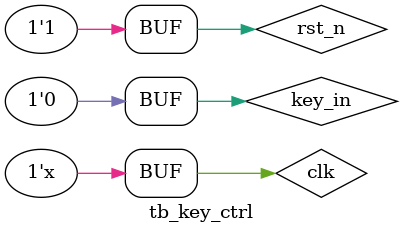
<source format=v>
`timescale 1ns / 1ps


module tb_key_ctrl(

    );
    
    reg         clk         ;
    reg         rst_n       ;
    reg         key_in      ;
    
    wire        state_out   ;
    
    initial begin
        clk = 1'b1;
        rst_n <= 1'b0;
        key_in <= 1'b1;
    #20
        rst_n <= 1'b1;
    #300
        key_in <= 1'b0;
    #500
        key_in <= 1'b1;
    #300
        key_in <= 1'b0;
    #500
        key_in <= 1'b1;
    #5000
        key_in <= 1'b0;
    #2000000
        key_in <= 1'b1;
    #5000
        key_in <= 1'b0;
    #2500000
        key_in <= 1'b1;
    #60000
        key_in <= 1'b0;
    end
    
    
    
    always#10 clk = ~clk;
    
    key_ctrl
    #(.FREQ(28'd50_000_000)) //模块输入时钟频率 
    key_ctrl_inst
    (
        .clk         (clk         ),
        .rst_n       (rst_n       ),
        .key_in      (key_in      ),

        .state_out   (state_out   )
    );
    
    
endmodule

</source>
